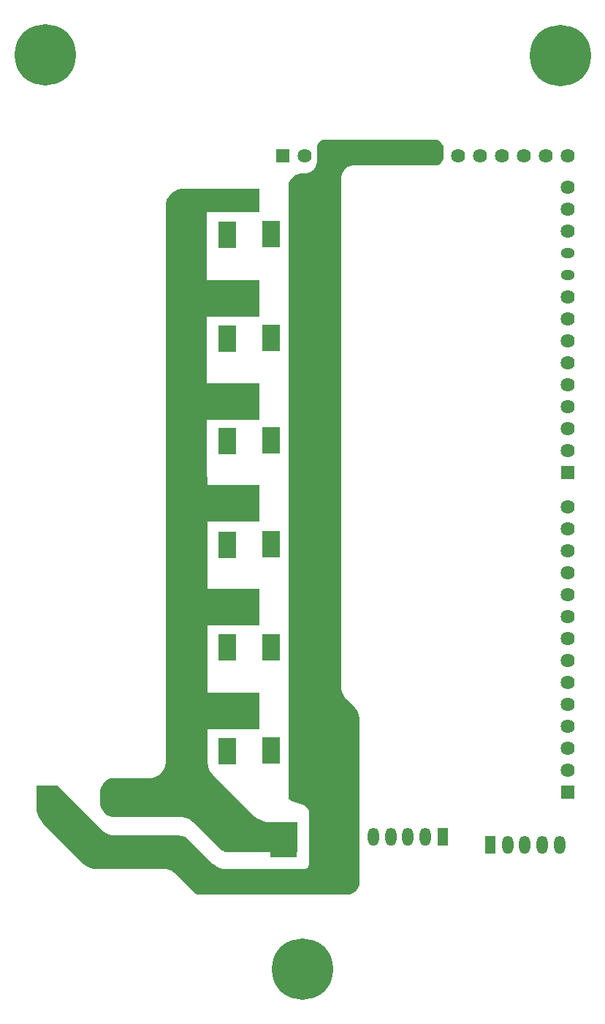
<source format=gbr>
G04 Layer_Color=16711935*
%FSLAX26Y26*%
%MOIN*%
%TF.FileFunction,Soldermask,Bot*%
%TF.Part,Single*%
G01*
G75*
%TA.AperFunction,Conductor*%
%ADD67R,0.279527X0.106299*%
%ADD68R,0.244094X0.165354*%
%TA.AperFunction,ComponentPad*%
%ADD131R,0.082740X0.082740*%
%ADD132C,0.082740*%
%ADD133C,0.064000*%
%ADD134R,0.064000X0.064000*%
%ADD135O,0.064000X0.047307*%
%ADD136R,0.064000X0.064000*%
%ADD137O,0.051244X0.082740*%
%ADD138R,0.051244X0.082740*%
%ADD139C,0.161480*%
%ADD140R,0.122110X0.161480*%
%ADD141R,0.082740X0.122110*%
%TA.AperFunction,ViaPad*%
%ADD142C,0.279591*%
G36*
X5401574Y5389764D02*
X5405840Y5389764D01*
X5414207Y5388100D01*
X5422088Y5384835D01*
X5429182Y5380096D01*
X5435214Y5374064D01*
X5439953Y5366970D01*
X5443218Y5359089D01*
X5444882Y5350721D01*
X5444882Y5346456D01*
X5444882Y5314961D01*
X5444881Y5314960D01*
X5444881Y5310695D01*
X5443217Y5302328D01*
X5439953Y5294446D01*
X5435213Y5287353D01*
X5429181Y5281321D01*
X5422088Y5276582D01*
X5414206Y5273317D01*
X5405839Y5271653D01*
X5401574Y5271653D01*
X5035433Y5271654D01*
X5035433Y5271653D01*
X5029760Y5271375D01*
X5018633Y5269161D01*
X5008151Y5264820D01*
X4998718Y5258517D01*
X4990696Y5250494D01*
X4984393Y5241061D01*
X4980051Y5230580D01*
X4977838Y5219452D01*
X4977559Y5213780D01*
X4977559Y2895742D01*
Y2895741D01*
X4977935Y2888084D01*
X4980923Y2873066D01*
X4986783Y2858919D01*
X4995290Y2846186D01*
X5000438Y2840506D01*
X5035588Y2805352D01*
X5035588Y2805351D01*
X5041730Y2799211D01*
X5051381Y2784770D01*
X5058029Y2768724D01*
X5061417Y2751688D01*
X5061417Y2743004D01*
X5061419Y2122047D01*
X5061417D01*
X5061417Y2010236D01*
X5061414Y2010233D01*
Y2004126D01*
X5059031Y1992147D01*
X5054357Y1980863D01*
X5047572Y1970707D01*
X5038935Y1962071D01*
X5028779Y1955285D01*
X5017495Y1950611D01*
X5005516Y1948228D01*
X4999409D01*
X4333765Y1948228D01*
X4333765Y1948228D01*
X4329434D01*
X4320939Y1949918D01*
X4312936Y1953233D01*
X4305735Y1958045D01*
X4302672Y1961107D01*
X4213076Y2050703D01*
X4213075Y2050702D01*
X4209340Y2054088D01*
X4200968Y2059682D01*
X4191666Y2063536D01*
X4181790Y2065501D01*
X4176755Y2065748D01*
X3860444Y2065748D01*
X3860443Y2065748D01*
X3851782D01*
X3834791Y2069128D01*
X3818787Y2075757D01*
X3804383Y2085381D01*
X3798258Y2091506D01*
X3620218Y2269546D01*
X3616233Y2273532D01*
X3609081Y2282246D01*
X3602818Y2291619D01*
X3597504Y2301561D01*
X3593190Y2311976D01*
X3589918Y2322764D01*
X3587718Y2333820D01*
X3586613Y2345039D01*
Y2350676D01*
X3586613Y2444882D01*
X3685040Y2444882D01*
X3887655Y2242266D01*
X3887655Y2242266D01*
X3893065Y2237362D01*
X3905193Y2229258D01*
X3918670Y2223676D01*
X3932976Y2220831D01*
X3940269Y2220472D01*
X4226812Y2220472D01*
X4226811Y2220470D01*
X4234665Y2220471D01*
X4250071Y2217407D01*
X4264584Y2211397D01*
X4277644Y2202670D01*
X4283198Y2197116D01*
X4390439Y2089876D01*
X4390438Y2089876D01*
X4396428Y2084447D01*
X4409855Y2075475D01*
X4424775Y2069295D01*
X4440614Y2066144D01*
X4448689Y2065748D01*
X4805904D01*
X4810743Y2066224D01*
X4819685Y2069927D01*
X4826528Y2076770D01*
X4830232Y2085712D01*
X4830708Y2090551D01*
X4830708Y2131767D01*
X4830708Y2323284D01*
X4830708Y2323283D01*
X4830325Y2328330D01*
X4827315Y2337965D01*
X4821565Y2346261D01*
X4813602Y2352463D01*
X4809011Y2354593D01*
X4750546Y2376518D01*
X4750545D01*
X4747389Y2377701D01*
X4742071Y2381843D01*
X4738231Y2387384D01*
X4736220Y2393818D01*
X4736220Y2397189D01*
X4736220Y5173228D01*
Y5173227D01*
X4736219Y5179432D01*
X4738639Y5191603D01*
X4743386Y5203067D01*
X4750280Y5213385D01*
X4759054Y5222160D01*
X4769372Y5229054D01*
X4780837Y5233802D01*
X4793008Y5236221D01*
X4799212Y5236220D01*
X4811024Y5236221D01*
X4811023D01*
X4816426Y5236485D01*
X4827024Y5238592D01*
X4837007Y5242726D01*
X4845992Y5248729D01*
X4853633Y5256370D01*
X4859636Y5265354D01*
X4863770Y5275337D01*
X4865877Y5285935D01*
X4866141Y5291338D01*
X4866141Y5350393D01*
Y5350392D01*
X4866141Y5354270D01*
X4867653Y5361877D01*
X4870621Y5369042D01*
X4874929Y5375490D01*
X4880413Y5380975D01*
X4886862Y5385283D01*
X4894027Y5388251D01*
X4901634Y5389764D01*
X4905511Y5389763D01*
X5401575Y5389764D01*
X5401574Y5389764D01*
D02*
G37*
G36*
X4255905Y5165354D02*
X4362239Y5165354D01*
X4366080Y2561711D01*
Y2561711D01*
X4366582Y2551765D01*
X4370485Y2532258D01*
X4378112Y2513884D01*
X4389170Y2497347D01*
X4395859Y2489968D01*
X4571063Y2314763D01*
X4575340Y2310691D01*
X4584466Y2303202D01*
X4594282Y2296643D01*
X4604693Y2291078D01*
X4615601Y2286560D01*
X4626898Y2283133D01*
X4638477Y2280830D01*
X4650226Y2279672D01*
X4656129Y2279528D01*
X4775590Y2279528D01*
X4775591Y2141732D01*
X4458435D01*
X4447732Y2143861D01*
X4437650Y2148037D01*
X4428577Y2154100D01*
X4424719Y2157958D01*
X4404379Y2178298D01*
Y2178297D01*
X4309194Y2273482D01*
X4309193Y2273482D01*
X4301828Y2280157D01*
X4285319Y2291189D01*
X4266974Y2298788D01*
X4247499Y2302662D01*
X4237571Y2303149D01*
X3940942Y2303149D01*
X3940942D01*
X3934792Y2303149D01*
X3922728Y2305549D01*
X3911365Y2310256D01*
X3901138Y2317089D01*
X3892441Y2325787D01*
X3885608Y2336014D01*
X3880902Y2347378D01*
X3878503Y2359441D01*
X3878503Y2365591D01*
X3878503Y2417873D01*
X3878503Y2424023D01*
X3880901Y2436087D01*
X3885608Y2447451D01*
X3892441Y2457679D01*
X3901139Y2466376D01*
X3911366Y2473210D01*
X3922731Y2477916D01*
X3934795Y2480315D01*
X3940945Y2480315D01*
X4102362Y2480315D01*
X4102362D01*
X4109694Y2480675D01*
X4124077Y2483535D01*
X4137624Y2489147D01*
X4149817Y2497294D01*
X4160186Y2507663D01*
X4168333Y2519856D01*
X4173945Y2533403D01*
X4176805Y2547786D01*
X4177165Y2555118D01*
X4177165Y2590551D01*
D01*
X4177166Y5071348D01*
D01*
Y5071348D01*
Y5071348D01*
X4175627Y5079980D01*
X4176365Y5097501D01*
X4180881Y5114446D01*
X4188961Y5130010D01*
X4200221Y5143453D01*
X4214127Y5154138D01*
X4230017Y5161556D01*
X4247137Y5165354D01*
X4255905Y5165354D01*
D02*
G37*
G36*
X3620218Y2269546D02*
D01*
X3620218Y2269546D01*
X3620218Y2269546D01*
D02*
G37*
%LPC*%
G36*
X3878503Y2417873D02*
Y2417873D01*
D01*
Y2417873D01*
D02*
G37*
%LPD*%
D67*
X4464961Y5112204D02*
D03*
D68*
X4482677Y4665354D02*
D03*
Y4196850D02*
D03*
Y3732283D02*
D03*
Y3259842D02*
D03*
Y2787401D02*
D03*
D131*
X3639764Y2389764D02*
D03*
D132*
X3935039D02*
D03*
D133*
X6011811Y4472441D02*
D03*
Y4572441D02*
D03*
Y4072441D02*
D03*
Y4272441D02*
D03*
Y4172441D02*
D03*
Y3972441D02*
D03*
Y4972441D02*
D03*
Y5172441D02*
D03*
Y5072441D02*
D03*
Y4672441D02*
D03*
Y4372441D02*
D03*
Y3615748D02*
D03*
Y3715748D02*
D03*
Y2715748D02*
D03*
Y2615748D02*
D03*
Y2515748D02*
D03*
Y2815748D02*
D03*
Y2915748D02*
D03*
Y3015748D02*
D03*
Y3115748D02*
D03*
Y3215748D02*
D03*
Y3315748D02*
D03*
Y3515748D02*
D03*
Y3415748D02*
D03*
X5911417Y5314961D02*
D03*
X6011417D02*
D03*
X5011417D02*
D03*
X4911417D02*
D03*
X4811417D02*
D03*
X5111417D02*
D03*
X5211417D02*
D03*
X5311417D02*
D03*
X5411417D02*
D03*
X5511417D02*
D03*
X5611417D02*
D03*
X5811417D02*
D03*
X5711417D02*
D03*
D134*
X6011811Y3872441D02*
D03*
Y2415748D02*
D03*
D135*
Y4872441D02*
D03*
Y4772441D02*
D03*
D136*
X4711417Y5314961D02*
D03*
D137*
X5972441Y2177165D02*
D03*
X5893701D02*
D03*
X5814961D02*
D03*
X5736220D02*
D03*
X5124409Y2212598D02*
D03*
X5203150D02*
D03*
X5281890D02*
D03*
X5360630D02*
D03*
D138*
X5657480Y2177165D02*
D03*
X5439370Y2212598D02*
D03*
D139*
X4911811Y2200787D02*
D03*
D140*
X4714961D02*
D03*
D141*
X4657874Y3545276D02*
D03*
X4457087Y3543307D02*
D03*
X4657874Y3076771D02*
D03*
X4457087Y3074803D02*
D03*
X4657874Y2604331D02*
D03*
X4457087Y2602362D02*
D03*
X4657874Y4017716D02*
D03*
X4457087Y4015748D02*
D03*
X4657874Y4486220D02*
D03*
X4457087Y4484252D02*
D03*
X4657874Y4958661D02*
D03*
X4457087Y4956693D02*
D03*
D142*
X3625984Y5775591D02*
D03*
X5976378Y5771654D02*
D03*
X4799213Y1610236D02*
D03*
%TF.MD5,801FFC0DE8F3C20D005436F45B042257*%
M02*

</source>
